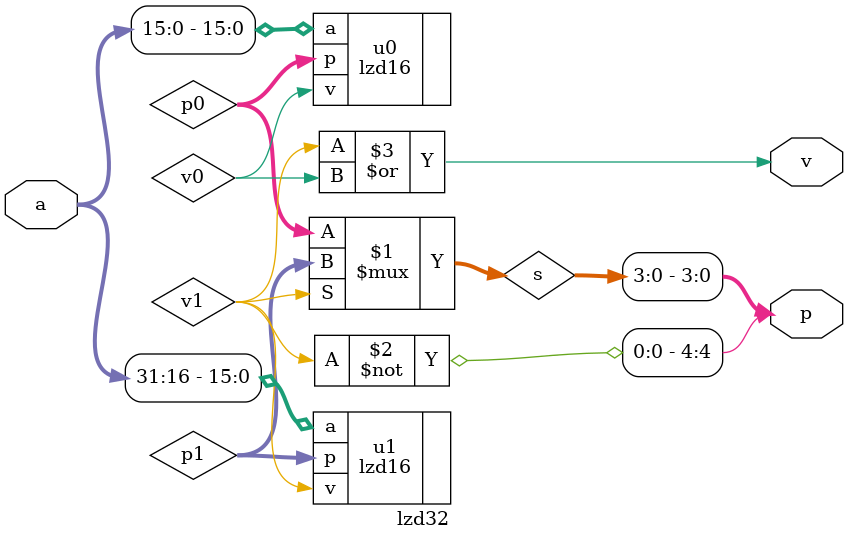
<source format=v>
`timescale 1ns / 1ps
module lzd32(
	input [31:0] a,
	output [4:0] p,
	output v);

wire v1, v0;
wire [3:0] p1, p0, s;

lzd16 u0(
	.a(a[15:0]),
	.p(p0),
	.v(v0)
);

lzd16 u1(
	.a(a[31:16]),
	.p(p1),
	.v(v1)
);

assign s = (v1)?p1:p0;
assign p = {~v1,s};
assign v = v1 | v0;

endmodule

</source>
